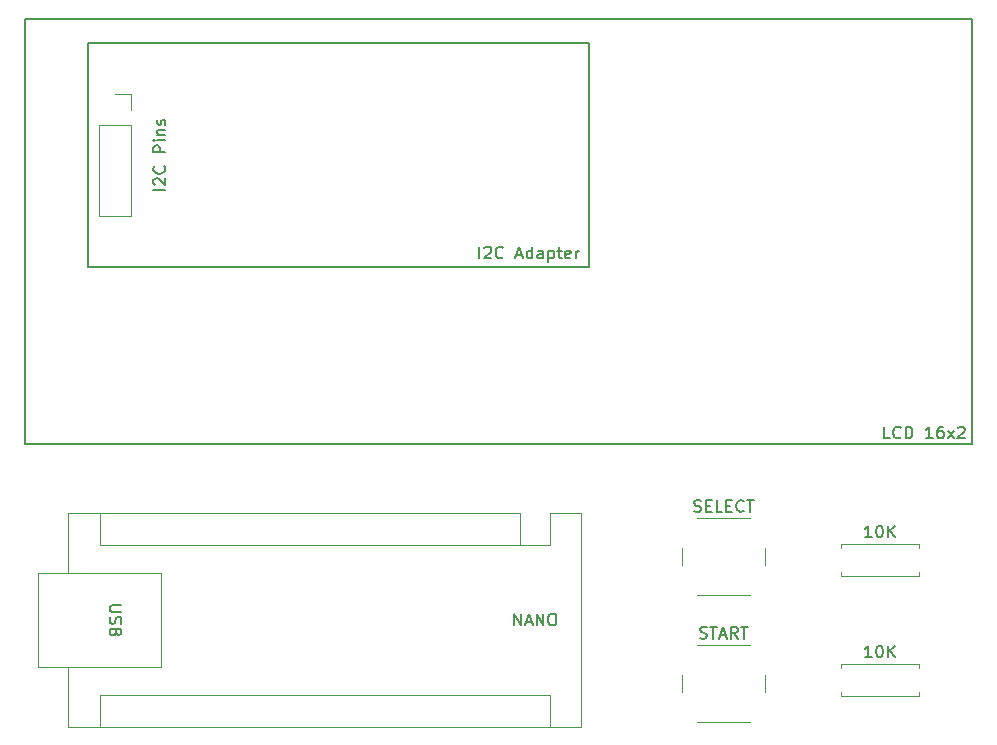
<source format=gbr>
%TF.GenerationSoftware,KiCad,Pcbnew,9.0.0*%
%TF.CreationDate,2025-05-12T01:14:56+07:00*%
%TF.ProjectId,bittheater,62697474-6865-4617-9465-722e6b696361,rev?*%
%TF.SameCoordinates,Original*%
%TF.FileFunction,Legend,Top*%
%TF.FilePolarity,Positive*%
%FSLAX46Y46*%
G04 Gerber Fmt 4.6, Leading zero omitted, Abs format (unit mm)*
G04 Created by KiCad (PCBNEW 9.0.0) date 2025-05-12 01:14:56*
%MOMM*%
%LPD*%
G01*
G04 APERTURE LIST*
%ADD10C,0.200000*%
%ADD11C,0.150000*%
%ADD12C,0.120000*%
%ADD13C,2.000000*%
%ADD14R,1.600000X1.600000*%
%ADD15O,1.600000X1.600000*%
%ADD16C,1.600000*%
%ADD17R,1.700000X1.700000*%
%ADD18O,1.700000X1.700000*%
G04 APERTURE END LIST*
D10*
X96790000Y-70510000D02*
X139190000Y-70510000D01*
X139190000Y-89510000D01*
X96790000Y-89510000D01*
X96790000Y-70510000D01*
X91440000Y-68500000D02*
X171640000Y-68500000D01*
X171640000Y-104500000D01*
X91440000Y-104500000D01*
X91440000Y-68500000D01*
X164675863Y-104007219D02*
X164199673Y-104007219D01*
X164199673Y-104007219D02*
X164199673Y-103007219D01*
X165580625Y-103911980D02*
X165533006Y-103959600D01*
X165533006Y-103959600D02*
X165390149Y-104007219D01*
X165390149Y-104007219D02*
X165294911Y-104007219D01*
X165294911Y-104007219D02*
X165152054Y-103959600D01*
X165152054Y-103959600D02*
X165056816Y-103864361D01*
X165056816Y-103864361D02*
X165009197Y-103769123D01*
X165009197Y-103769123D02*
X164961578Y-103578647D01*
X164961578Y-103578647D02*
X164961578Y-103435790D01*
X164961578Y-103435790D02*
X165009197Y-103245314D01*
X165009197Y-103245314D02*
X165056816Y-103150076D01*
X165056816Y-103150076D02*
X165152054Y-103054838D01*
X165152054Y-103054838D02*
X165294911Y-103007219D01*
X165294911Y-103007219D02*
X165390149Y-103007219D01*
X165390149Y-103007219D02*
X165533006Y-103054838D01*
X165533006Y-103054838D02*
X165580625Y-103102457D01*
X166009197Y-104007219D02*
X166009197Y-103007219D01*
X166009197Y-103007219D02*
X166247292Y-103007219D01*
X166247292Y-103007219D02*
X166390149Y-103054838D01*
X166390149Y-103054838D02*
X166485387Y-103150076D01*
X166485387Y-103150076D02*
X166533006Y-103245314D01*
X166533006Y-103245314D02*
X166580625Y-103435790D01*
X166580625Y-103435790D02*
X166580625Y-103578647D01*
X166580625Y-103578647D02*
X166533006Y-103769123D01*
X166533006Y-103769123D02*
X166485387Y-103864361D01*
X166485387Y-103864361D02*
X166390149Y-103959600D01*
X166390149Y-103959600D02*
X166247292Y-104007219D01*
X166247292Y-104007219D02*
X166009197Y-104007219D01*
X168294911Y-104007219D02*
X167723483Y-104007219D01*
X168009197Y-104007219D02*
X168009197Y-103007219D01*
X168009197Y-103007219D02*
X167913959Y-103150076D01*
X167913959Y-103150076D02*
X167818721Y-103245314D01*
X167818721Y-103245314D02*
X167723483Y-103292933D01*
X169152054Y-103007219D02*
X168961578Y-103007219D01*
X168961578Y-103007219D02*
X168866340Y-103054838D01*
X168866340Y-103054838D02*
X168818721Y-103102457D01*
X168818721Y-103102457D02*
X168723483Y-103245314D01*
X168723483Y-103245314D02*
X168675864Y-103435790D01*
X168675864Y-103435790D02*
X168675864Y-103816742D01*
X168675864Y-103816742D02*
X168723483Y-103911980D01*
X168723483Y-103911980D02*
X168771102Y-103959600D01*
X168771102Y-103959600D02*
X168866340Y-104007219D01*
X168866340Y-104007219D02*
X169056816Y-104007219D01*
X169056816Y-104007219D02*
X169152054Y-103959600D01*
X169152054Y-103959600D02*
X169199673Y-103911980D01*
X169199673Y-103911980D02*
X169247292Y-103816742D01*
X169247292Y-103816742D02*
X169247292Y-103578647D01*
X169247292Y-103578647D02*
X169199673Y-103483409D01*
X169199673Y-103483409D02*
X169152054Y-103435790D01*
X169152054Y-103435790D02*
X169056816Y-103388171D01*
X169056816Y-103388171D02*
X168866340Y-103388171D01*
X168866340Y-103388171D02*
X168771102Y-103435790D01*
X168771102Y-103435790D02*
X168723483Y-103483409D01*
X168723483Y-103483409D02*
X168675864Y-103578647D01*
X169580626Y-104007219D02*
X170104435Y-103340552D01*
X169580626Y-103340552D02*
X170104435Y-104007219D01*
X170437769Y-103102457D02*
X170485388Y-103054838D01*
X170485388Y-103054838D02*
X170580626Y-103007219D01*
X170580626Y-103007219D02*
X170818721Y-103007219D01*
X170818721Y-103007219D02*
X170913959Y-103054838D01*
X170913959Y-103054838D02*
X170961578Y-103102457D01*
X170961578Y-103102457D02*
X171009197Y-103197695D01*
X171009197Y-103197695D02*
X171009197Y-103292933D01*
X171009197Y-103292933D02*
X170961578Y-103435790D01*
X170961578Y-103435790D02*
X170390150Y-104007219D01*
X170390150Y-104007219D02*
X171009197Y-104007219D01*
X129909673Y-88767219D02*
X129909673Y-87767219D01*
X130338244Y-87862457D02*
X130385863Y-87814838D01*
X130385863Y-87814838D02*
X130481101Y-87767219D01*
X130481101Y-87767219D02*
X130719196Y-87767219D01*
X130719196Y-87767219D02*
X130814434Y-87814838D01*
X130814434Y-87814838D02*
X130862053Y-87862457D01*
X130862053Y-87862457D02*
X130909672Y-87957695D01*
X130909672Y-87957695D02*
X130909672Y-88052933D01*
X130909672Y-88052933D02*
X130862053Y-88195790D01*
X130862053Y-88195790D02*
X130290625Y-88767219D01*
X130290625Y-88767219D02*
X130909672Y-88767219D01*
X131909672Y-88671980D02*
X131862053Y-88719600D01*
X131862053Y-88719600D02*
X131719196Y-88767219D01*
X131719196Y-88767219D02*
X131623958Y-88767219D01*
X131623958Y-88767219D02*
X131481101Y-88719600D01*
X131481101Y-88719600D02*
X131385863Y-88624361D01*
X131385863Y-88624361D02*
X131338244Y-88529123D01*
X131338244Y-88529123D02*
X131290625Y-88338647D01*
X131290625Y-88338647D02*
X131290625Y-88195790D01*
X131290625Y-88195790D02*
X131338244Y-88005314D01*
X131338244Y-88005314D02*
X131385863Y-87910076D01*
X131385863Y-87910076D02*
X131481101Y-87814838D01*
X131481101Y-87814838D02*
X131623958Y-87767219D01*
X131623958Y-87767219D02*
X131719196Y-87767219D01*
X131719196Y-87767219D02*
X131862053Y-87814838D01*
X131862053Y-87814838D02*
X131909672Y-87862457D01*
X133052530Y-88481504D02*
X133528720Y-88481504D01*
X132957292Y-88767219D02*
X133290625Y-87767219D01*
X133290625Y-87767219D02*
X133623958Y-88767219D01*
X134385863Y-88767219D02*
X134385863Y-87767219D01*
X134385863Y-88719600D02*
X134290625Y-88767219D01*
X134290625Y-88767219D02*
X134100149Y-88767219D01*
X134100149Y-88767219D02*
X134004911Y-88719600D01*
X134004911Y-88719600D02*
X133957292Y-88671980D01*
X133957292Y-88671980D02*
X133909673Y-88576742D01*
X133909673Y-88576742D02*
X133909673Y-88291028D01*
X133909673Y-88291028D02*
X133957292Y-88195790D01*
X133957292Y-88195790D02*
X134004911Y-88148171D01*
X134004911Y-88148171D02*
X134100149Y-88100552D01*
X134100149Y-88100552D02*
X134290625Y-88100552D01*
X134290625Y-88100552D02*
X134385863Y-88148171D01*
X135290625Y-88767219D02*
X135290625Y-88243409D01*
X135290625Y-88243409D02*
X135243006Y-88148171D01*
X135243006Y-88148171D02*
X135147768Y-88100552D01*
X135147768Y-88100552D02*
X134957292Y-88100552D01*
X134957292Y-88100552D02*
X134862054Y-88148171D01*
X135290625Y-88719600D02*
X135195387Y-88767219D01*
X135195387Y-88767219D02*
X134957292Y-88767219D01*
X134957292Y-88767219D02*
X134862054Y-88719600D01*
X134862054Y-88719600D02*
X134814435Y-88624361D01*
X134814435Y-88624361D02*
X134814435Y-88529123D01*
X134814435Y-88529123D02*
X134862054Y-88433885D01*
X134862054Y-88433885D02*
X134957292Y-88386266D01*
X134957292Y-88386266D02*
X135195387Y-88386266D01*
X135195387Y-88386266D02*
X135290625Y-88338647D01*
X135766816Y-88100552D02*
X135766816Y-89100552D01*
X135766816Y-88148171D02*
X135862054Y-88100552D01*
X135862054Y-88100552D02*
X136052530Y-88100552D01*
X136052530Y-88100552D02*
X136147768Y-88148171D01*
X136147768Y-88148171D02*
X136195387Y-88195790D01*
X136195387Y-88195790D02*
X136243006Y-88291028D01*
X136243006Y-88291028D02*
X136243006Y-88576742D01*
X136243006Y-88576742D02*
X136195387Y-88671980D01*
X136195387Y-88671980D02*
X136147768Y-88719600D01*
X136147768Y-88719600D02*
X136052530Y-88767219D01*
X136052530Y-88767219D02*
X135862054Y-88767219D01*
X135862054Y-88767219D02*
X135766816Y-88719600D01*
X136528721Y-88100552D02*
X136909673Y-88100552D01*
X136671578Y-87767219D02*
X136671578Y-88624361D01*
X136671578Y-88624361D02*
X136719197Y-88719600D01*
X136719197Y-88719600D02*
X136814435Y-88767219D01*
X136814435Y-88767219D02*
X136909673Y-88767219D01*
X137623959Y-88719600D02*
X137528721Y-88767219D01*
X137528721Y-88767219D02*
X137338245Y-88767219D01*
X137338245Y-88767219D02*
X137243007Y-88719600D01*
X137243007Y-88719600D02*
X137195388Y-88624361D01*
X137195388Y-88624361D02*
X137195388Y-88243409D01*
X137195388Y-88243409D02*
X137243007Y-88148171D01*
X137243007Y-88148171D02*
X137338245Y-88100552D01*
X137338245Y-88100552D02*
X137528721Y-88100552D01*
X137528721Y-88100552D02*
X137623959Y-88148171D01*
X137623959Y-88148171D02*
X137671578Y-88243409D01*
X137671578Y-88243409D02*
X137671578Y-88338647D01*
X137671578Y-88338647D02*
X137195388Y-88433885D01*
X138100150Y-88767219D02*
X138100150Y-88100552D01*
X138100150Y-88291028D02*
X138147769Y-88195790D01*
X138147769Y-88195790D02*
X138195388Y-88148171D01*
X138195388Y-88148171D02*
X138290626Y-88100552D01*
X138290626Y-88100552D02*
X138385864Y-88100552D01*
D11*
X148093809Y-110167200D02*
X148236666Y-110214819D01*
X148236666Y-110214819D02*
X148474761Y-110214819D01*
X148474761Y-110214819D02*
X148569999Y-110167200D01*
X148569999Y-110167200D02*
X148617618Y-110119580D01*
X148617618Y-110119580D02*
X148665237Y-110024342D01*
X148665237Y-110024342D02*
X148665237Y-109929104D01*
X148665237Y-109929104D02*
X148617618Y-109833866D01*
X148617618Y-109833866D02*
X148569999Y-109786247D01*
X148569999Y-109786247D02*
X148474761Y-109738628D01*
X148474761Y-109738628D02*
X148284285Y-109691009D01*
X148284285Y-109691009D02*
X148189047Y-109643390D01*
X148189047Y-109643390D02*
X148141428Y-109595771D01*
X148141428Y-109595771D02*
X148093809Y-109500533D01*
X148093809Y-109500533D02*
X148093809Y-109405295D01*
X148093809Y-109405295D02*
X148141428Y-109310057D01*
X148141428Y-109310057D02*
X148189047Y-109262438D01*
X148189047Y-109262438D02*
X148284285Y-109214819D01*
X148284285Y-109214819D02*
X148522380Y-109214819D01*
X148522380Y-109214819D02*
X148665237Y-109262438D01*
X149093809Y-109691009D02*
X149427142Y-109691009D01*
X149569999Y-110214819D02*
X149093809Y-110214819D01*
X149093809Y-110214819D02*
X149093809Y-109214819D01*
X149093809Y-109214819D02*
X149569999Y-109214819D01*
X150474761Y-110214819D02*
X149998571Y-110214819D01*
X149998571Y-110214819D02*
X149998571Y-109214819D01*
X150808095Y-109691009D02*
X151141428Y-109691009D01*
X151284285Y-110214819D02*
X150808095Y-110214819D01*
X150808095Y-110214819D02*
X150808095Y-109214819D01*
X150808095Y-109214819D02*
X151284285Y-109214819D01*
X152284285Y-110119580D02*
X152236666Y-110167200D01*
X152236666Y-110167200D02*
X152093809Y-110214819D01*
X152093809Y-110214819D02*
X151998571Y-110214819D01*
X151998571Y-110214819D02*
X151855714Y-110167200D01*
X151855714Y-110167200D02*
X151760476Y-110071961D01*
X151760476Y-110071961D02*
X151712857Y-109976723D01*
X151712857Y-109976723D02*
X151665238Y-109786247D01*
X151665238Y-109786247D02*
X151665238Y-109643390D01*
X151665238Y-109643390D02*
X151712857Y-109452914D01*
X151712857Y-109452914D02*
X151760476Y-109357676D01*
X151760476Y-109357676D02*
X151855714Y-109262438D01*
X151855714Y-109262438D02*
X151998571Y-109214819D01*
X151998571Y-109214819D02*
X152093809Y-109214819D01*
X152093809Y-109214819D02*
X152236666Y-109262438D01*
X152236666Y-109262438D02*
X152284285Y-109310057D01*
X152570000Y-109214819D02*
X153141428Y-109214819D01*
X152855714Y-110214819D02*
X152855714Y-109214819D01*
X132858095Y-119834819D02*
X132858095Y-118834819D01*
X132858095Y-118834819D02*
X133429523Y-119834819D01*
X133429523Y-119834819D02*
X133429523Y-118834819D01*
X133858095Y-119549104D02*
X134334285Y-119549104D01*
X133762857Y-119834819D02*
X134096190Y-118834819D01*
X134096190Y-118834819D02*
X134429523Y-119834819D01*
X134762857Y-119834819D02*
X134762857Y-118834819D01*
X134762857Y-118834819D02*
X135334285Y-119834819D01*
X135334285Y-119834819D02*
X135334285Y-118834819D01*
X136000952Y-118834819D02*
X136191428Y-118834819D01*
X136191428Y-118834819D02*
X136286666Y-118882438D01*
X136286666Y-118882438D02*
X136381904Y-118977676D01*
X136381904Y-118977676D02*
X136429523Y-119168152D01*
X136429523Y-119168152D02*
X136429523Y-119501485D01*
X136429523Y-119501485D02*
X136381904Y-119691961D01*
X136381904Y-119691961D02*
X136286666Y-119787200D01*
X136286666Y-119787200D02*
X136191428Y-119834819D01*
X136191428Y-119834819D02*
X136000952Y-119834819D01*
X136000952Y-119834819D02*
X135905714Y-119787200D01*
X135905714Y-119787200D02*
X135810476Y-119691961D01*
X135810476Y-119691961D02*
X135762857Y-119501485D01*
X135762857Y-119501485D02*
X135762857Y-119168152D01*
X135762857Y-119168152D02*
X135810476Y-118977676D01*
X135810476Y-118977676D02*
X135905714Y-118882438D01*
X135905714Y-118882438D02*
X136000952Y-118834819D01*
X99605180Y-118118095D02*
X98795657Y-118118095D01*
X98795657Y-118118095D02*
X98700419Y-118165714D01*
X98700419Y-118165714D02*
X98652800Y-118213333D01*
X98652800Y-118213333D02*
X98605180Y-118308571D01*
X98605180Y-118308571D02*
X98605180Y-118499047D01*
X98605180Y-118499047D02*
X98652800Y-118594285D01*
X98652800Y-118594285D02*
X98700419Y-118641904D01*
X98700419Y-118641904D02*
X98795657Y-118689523D01*
X98795657Y-118689523D02*
X99605180Y-118689523D01*
X98652800Y-119118095D02*
X98605180Y-119260952D01*
X98605180Y-119260952D02*
X98605180Y-119499047D01*
X98605180Y-119499047D02*
X98652800Y-119594285D01*
X98652800Y-119594285D02*
X98700419Y-119641904D01*
X98700419Y-119641904D02*
X98795657Y-119689523D01*
X98795657Y-119689523D02*
X98890895Y-119689523D01*
X98890895Y-119689523D02*
X98986133Y-119641904D01*
X98986133Y-119641904D02*
X99033752Y-119594285D01*
X99033752Y-119594285D02*
X99081371Y-119499047D01*
X99081371Y-119499047D02*
X99128990Y-119308571D01*
X99128990Y-119308571D02*
X99176609Y-119213333D01*
X99176609Y-119213333D02*
X99224228Y-119165714D01*
X99224228Y-119165714D02*
X99319466Y-119118095D01*
X99319466Y-119118095D02*
X99414704Y-119118095D01*
X99414704Y-119118095D02*
X99509942Y-119165714D01*
X99509942Y-119165714D02*
X99557561Y-119213333D01*
X99557561Y-119213333D02*
X99605180Y-119308571D01*
X99605180Y-119308571D02*
X99605180Y-119546666D01*
X99605180Y-119546666D02*
X99557561Y-119689523D01*
X99128990Y-120451428D02*
X99081371Y-120594285D01*
X99081371Y-120594285D02*
X99033752Y-120641904D01*
X99033752Y-120641904D02*
X98938514Y-120689523D01*
X98938514Y-120689523D02*
X98795657Y-120689523D01*
X98795657Y-120689523D02*
X98700419Y-120641904D01*
X98700419Y-120641904D02*
X98652800Y-120594285D01*
X98652800Y-120594285D02*
X98605180Y-120499047D01*
X98605180Y-120499047D02*
X98605180Y-120118095D01*
X98605180Y-120118095D02*
X99605180Y-120118095D01*
X99605180Y-120118095D02*
X99605180Y-120451428D01*
X99605180Y-120451428D02*
X99557561Y-120546666D01*
X99557561Y-120546666D02*
X99509942Y-120594285D01*
X99509942Y-120594285D02*
X99414704Y-120641904D01*
X99414704Y-120641904D02*
X99319466Y-120641904D01*
X99319466Y-120641904D02*
X99224228Y-120594285D01*
X99224228Y-120594285D02*
X99176609Y-120546666D01*
X99176609Y-120546666D02*
X99128990Y-120451428D01*
X99128990Y-120451428D02*
X99128990Y-120118095D01*
X163139523Y-122544819D02*
X162568095Y-122544819D01*
X162853809Y-122544819D02*
X162853809Y-121544819D01*
X162853809Y-121544819D02*
X162758571Y-121687676D01*
X162758571Y-121687676D02*
X162663333Y-121782914D01*
X162663333Y-121782914D02*
X162568095Y-121830533D01*
X163758571Y-121544819D02*
X163853809Y-121544819D01*
X163853809Y-121544819D02*
X163949047Y-121592438D01*
X163949047Y-121592438D02*
X163996666Y-121640057D01*
X163996666Y-121640057D02*
X164044285Y-121735295D01*
X164044285Y-121735295D02*
X164091904Y-121925771D01*
X164091904Y-121925771D02*
X164091904Y-122163866D01*
X164091904Y-122163866D02*
X164044285Y-122354342D01*
X164044285Y-122354342D02*
X163996666Y-122449580D01*
X163996666Y-122449580D02*
X163949047Y-122497200D01*
X163949047Y-122497200D02*
X163853809Y-122544819D01*
X163853809Y-122544819D02*
X163758571Y-122544819D01*
X163758571Y-122544819D02*
X163663333Y-122497200D01*
X163663333Y-122497200D02*
X163615714Y-122449580D01*
X163615714Y-122449580D02*
X163568095Y-122354342D01*
X163568095Y-122354342D02*
X163520476Y-122163866D01*
X163520476Y-122163866D02*
X163520476Y-121925771D01*
X163520476Y-121925771D02*
X163568095Y-121735295D01*
X163568095Y-121735295D02*
X163615714Y-121640057D01*
X163615714Y-121640057D02*
X163663333Y-121592438D01*
X163663333Y-121592438D02*
X163758571Y-121544819D01*
X164520476Y-122544819D02*
X164520476Y-121544819D01*
X165091904Y-122544819D02*
X164663333Y-121973390D01*
X165091904Y-121544819D02*
X164520476Y-122116247D01*
X163139523Y-112384819D02*
X162568095Y-112384819D01*
X162853809Y-112384819D02*
X162853809Y-111384819D01*
X162853809Y-111384819D02*
X162758571Y-111527676D01*
X162758571Y-111527676D02*
X162663333Y-111622914D01*
X162663333Y-111622914D02*
X162568095Y-111670533D01*
X163758571Y-111384819D02*
X163853809Y-111384819D01*
X163853809Y-111384819D02*
X163949047Y-111432438D01*
X163949047Y-111432438D02*
X163996666Y-111480057D01*
X163996666Y-111480057D02*
X164044285Y-111575295D01*
X164044285Y-111575295D02*
X164091904Y-111765771D01*
X164091904Y-111765771D02*
X164091904Y-112003866D01*
X164091904Y-112003866D02*
X164044285Y-112194342D01*
X164044285Y-112194342D02*
X163996666Y-112289580D01*
X163996666Y-112289580D02*
X163949047Y-112337200D01*
X163949047Y-112337200D02*
X163853809Y-112384819D01*
X163853809Y-112384819D02*
X163758571Y-112384819D01*
X163758571Y-112384819D02*
X163663333Y-112337200D01*
X163663333Y-112337200D02*
X163615714Y-112289580D01*
X163615714Y-112289580D02*
X163568095Y-112194342D01*
X163568095Y-112194342D02*
X163520476Y-112003866D01*
X163520476Y-112003866D02*
X163520476Y-111765771D01*
X163520476Y-111765771D02*
X163568095Y-111575295D01*
X163568095Y-111575295D02*
X163615714Y-111480057D01*
X163615714Y-111480057D02*
X163663333Y-111432438D01*
X163663333Y-111432438D02*
X163758571Y-111384819D01*
X164520476Y-112384819D02*
X164520476Y-111384819D01*
X165091904Y-112384819D02*
X164663333Y-111813390D01*
X165091904Y-111384819D02*
X164520476Y-111956247D01*
X103324819Y-82962380D02*
X102324819Y-82962380D01*
X102420057Y-82533809D02*
X102372438Y-82486190D01*
X102372438Y-82486190D02*
X102324819Y-82390952D01*
X102324819Y-82390952D02*
X102324819Y-82152857D01*
X102324819Y-82152857D02*
X102372438Y-82057619D01*
X102372438Y-82057619D02*
X102420057Y-82010000D01*
X102420057Y-82010000D02*
X102515295Y-81962381D01*
X102515295Y-81962381D02*
X102610533Y-81962381D01*
X102610533Y-81962381D02*
X102753390Y-82010000D01*
X102753390Y-82010000D02*
X103324819Y-82581428D01*
X103324819Y-82581428D02*
X103324819Y-81962381D01*
X103229580Y-80962381D02*
X103277200Y-81010000D01*
X103277200Y-81010000D02*
X103324819Y-81152857D01*
X103324819Y-81152857D02*
X103324819Y-81248095D01*
X103324819Y-81248095D02*
X103277200Y-81390952D01*
X103277200Y-81390952D02*
X103181961Y-81486190D01*
X103181961Y-81486190D02*
X103086723Y-81533809D01*
X103086723Y-81533809D02*
X102896247Y-81581428D01*
X102896247Y-81581428D02*
X102753390Y-81581428D01*
X102753390Y-81581428D02*
X102562914Y-81533809D01*
X102562914Y-81533809D02*
X102467676Y-81486190D01*
X102467676Y-81486190D02*
X102372438Y-81390952D01*
X102372438Y-81390952D02*
X102324819Y-81248095D01*
X102324819Y-81248095D02*
X102324819Y-81152857D01*
X102324819Y-81152857D02*
X102372438Y-81010000D01*
X102372438Y-81010000D02*
X102420057Y-80962381D01*
X103324819Y-79771904D02*
X102324819Y-79771904D01*
X102324819Y-79771904D02*
X102324819Y-79390952D01*
X102324819Y-79390952D02*
X102372438Y-79295714D01*
X102372438Y-79295714D02*
X102420057Y-79248095D01*
X102420057Y-79248095D02*
X102515295Y-79200476D01*
X102515295Y-79200476D02*
X102658152Y-79200476D01*
X102658152Y-79200476D02*
X102753390Y-79248095D01*
X102753390Y-79248095D02*
X102801009Y-79295714D01*
X102801009Y-79295714D02*
X102848628Y-79390952D01*
X102848628Y-79390952D02*
X102848628Y-79771904D01*
X103324819Y-78771904D02*
X102658152Y-78771904D01*
X102324819Y-78771904D02*
X102372438Y-78819523D01*
X102372438Y-78819523D02*
X102420057Y-78771904D01*
X102420057Y-78771904D02*
X102372438Y-78724285D01*
X102372438Y-78724285D02*
X102324819Y-78771904D01*
X102324819Y-78771904D02*
X102420057Y-78771904D01*
X102658152Y-78295714D02*
X103324819Y-78295714D01*
X102753390Y-78295714D02*
X102705771Y-78248095D01*
X102705771Y-78248095D02*
X102658152Y-78152857D01*
X102658152Y-78152857D02*
X102658152Y-78010000D01*
X102658152Y-78010000D02*
X102705771Y-77914762D01*
X102705771Y-77914762D02*
X102801009Y-77867143D01*
X102801009Y-77867143D02*
X103324819Y-77867143D01*
X103277200Y-77438571D02*
X103324819Y-77343333D01*
X103324819Y-77343333D02*
X103324819Y-77152857D01*
X103324819Y-77152857D02*
X103277200Y-77057619D01*
X103277200Y-77057619D02*
X103181961Y-77010000D01*
X103181961Y-77010000D02*
X103134342Y-77010000D01*
X103134342Y-77010000D02*
X103039104Y-77057619D01*
X103039104Y-77057619D02*
X102991485Y-77152857D01*
X102991485Y-77152857D02*
X102991485Y-77295714D01*
X102991485Y-77295714D02*
X102943866Y-77390952D01*
X102943866Y-77390952D02*
X102848628Y-77438571D01*
X102848628Y-77438571D02*
X102801009Y-77438571D01*
X102801009Y-77438571D02*
X102705771Y-77390952D01*
X102705771Y-77390952D02*
X102658152Y-77295714D01*
X102658152Y-77295714D02*
X102658152Y-77152857D01*
X102658152Y-77152857D02*
X102705771Y-77057619D01*
X148593809Y-120907200D02*
X148736666Y-120954819D01*
X148736666Y-120954819D02*
X148974761Y-120954819D01*
X148974761Y-120954819D02*
X149069999Y-120907200D01*
X149069999Y-120907200D02*
X149117618Y-120859580D01*
X149117618Y-120859580D02*
X149165237Y-120764342D01*
X149165237Y-120764342D02*
X149165237Y-120669104D01*
X149165237Y-120669104D02*
X149117618Y-120573866D01*
X149117618Y-120573866D02*
X149069999Y-120526247D01*
X149069999Y-120526247D02*
X148974761Y-120478628D01*
X148974761Y-120478628D02*
X148784285Y-120431009D01*
X148784285Y-120431009D02*
X148689047Y-120383390D01*
X148689047Y-120383390D02*
X148641428Y-120335771D01*
X148641428Y-120335771D02*
X148593809Y-120240533D01*
X148593809Y-120240533D02*
X148593809Y-120145295D01*
X148593809Y-120145295D02*
X148641428Y-120050057D01*
X148641428Y-120050057D02*
X148689047Y-120002438D01*
X148689047Y-120002438D02*
X148784285Y-119954819D01*
X148784285Y-119954819D02*
X149022380Y-119954819D01*
X149022380Y-119954819D02*
X149165237Y-120002438D01*
X149450952Y-119954819D02*
X150022380Y-119954819D01*
X149736666Y-120954819D02*
X149736666Y-119954819D01*
X150308095Y-120669104D02*
X150784285Y-120669104D01*
X150212857Y-120954819D02*
X150546190Y-119954819D01*
X150546190Y-119954819D02*
X150879523Y-120954819D01*
X151784285Y-120954819D02*
X151450952Y-120478628D01*
X151212857Y-120954819D02*
X151212857Y-119954819D01*
X151212857Y-119954819D02*
X151593809Y-119954819D01*
X151593809Y-119954819D02*
X151689047Y-120002438D01*
X151689047Y-120002438D02*
X151736666Y-120050057D01*
X151736666Y-120050057D02*
X151784285Y-120145295D01*
X151784285Y-120145295D02*
X151784285Y-120288152D01*
X151784285Y-120288152D02*
X151736666Y-120383390D01*
X151736666Y-120383390D02*
X151689047Y-120431009D01*
X151689047Y-120431009D02*
X151593809Y-120478628D01*
X151593809Y-120478628D02*
X151212857Y-120478628D01*
X152070000Y-119954819D02*
X152641428Y-119954819D01*
X152355714Y-120954819D02*
X152355714Y-119954819D01*
D12*
%TO.C,SELECT*%
X147070000Y-113260000D02*
X147070000Y-114760000D01*
X148320000Y-117260000D02*
X152820000Y-117260000D01*
X152820000Y-110760000D02*
X148320000Y-110760000D01*
X154070000Y-114760000D02*
X154070000Y-113260000D01*
%TO.C,NANO*%
X92580000Y-115440000D02*
X103000000Y-115440000D01*
X92580000Y-123320000D02*
X92580000Y-115440000D01*
X95120000Y-110360000D02*
X95120000Y-115440000D01*
X95120000Y-128400000D02*
X95120000Y-123320000D01*
X95120000Y-128400000D02*
X138560000Y-128400000D01*
X97790000Y-113030000D02*
X97790000Y-110360000D01*
X97790000Y-125730000D02*
X97790000Y-128400000D01*
X103000000Y-115440000D02*
X103000000Y-123320000D01*
X103000000Y-123320000D02*
X92580000Y-123320000D01*
X133350000Y-110360000D02*
X95120000Y-110360000D01*
X133350000Y-113030000D02*
X97790000Y-113030000D01*
X133350000Y-113030000D02*
X133350000Y-110360000D01*
X133350000Y-113030000D02*
X135890000Y-113030000D01*
X135890000Y-113030000D02*
X135890000Y-110360000D01*
X135890000Y-125730000D02*
X97790000Y-125730000D01*
X135890000Y-125730000D02*
X135890000Y-128400000D01*
X138560000Y-110360000D02*
X135890000Y-110360000D01*
X138560000Y-128400000D02*
X138560000Y-110360000D01*
%TO.C,10K*%
X160560000Y-123090000D02*
X167100000Y-123090000D01*
X160560000Y-123420000D02*
X160560000Y-123090000D01*
X160560000Y-125500000D02*
X160560000Y-125830000D01*
X160560000Y-125830000D02*
X167100000Y-125830000D01*
X167100000Y-123090000D02*
X167100000Y-123420000D01*
X167100000Y-125830000D02*
X167100000Y-125500000D01*
X160560000Y-112930000D02*
X167100000Y-112930000D01*
X160560000Y-113260000D02*
X160560000Y-112930000D01*
X160560000Y-115340000D02*
X160560000Y-115670000D01*
X160560000Y-115670000D02*
X167100000Y-115670000D01*
X167100000Y-112930000D02*
X167100000Y-113260000D01*
X167100000Y-115670000D02*
X167100000Y-115340000D01*
%TO.C,I2C Pins*%
X97730000Y-77470000D02*
X97730000Y-85150000D01*
X97730000Y-77470000D02*
X100390000Y-77470000D01*
X97730000Y-85150000D02*
X100390000Y-85150000D01*
X99060000Y-74870000D02*
X100390000Y-74870000D01*
X100390000Y-74870000D02*
X100390000Y-76200000D01*
X100390000Y-77470000D02*
X100390000Y-85150000D01*
%TO.C,START*%
X147070000Y-124000000D02*
X147070000Y-125500000D01*
X148320000Y-128000000D02*
X152820000Y-128000000D01*
X152820000Y-121500000D02*
X148320000Y-121500000D01*
X154070000Y-125500000D02*
X154070000Y-124000000D01*
%TD*%
%LPC*%
D13*
%TO.C,SELECT*%
X147320000Y-111760000D03*
X153820000Y-111760000D03*
X147320000Y-116260000D03*
X153820000Y-116260000D03*
%TD*%
D14*
%TO.C,NANO*%
X134620000Y-111760000D03*
D15*
X132080000Y-111760000D03*
X129540000Y-111760000D03*
X127000000Y-111760000D03*
X124460000Y-111760000D03*
X121920000Y-111760000D03*
X119380000Y-111760000D03*
X116840000Y-111760000D03*
X114300000Y-111760000D03*
X111760000Y-111760000D03*
X109220000Y-111760000D03*
X106680000Y-111760000D03*
X104140000Y-111760000D03*
X101600000Y-111760000D03*
X99060000Y-111760000D03*
X99060000Y-127000000D03*
X101600000Y-127000000D03*
X104140000Y-127000000D03*
X106680000Y-127000000D03*
X109220000Y-127000000D03*
X111760000Y-127000000D03*
X114300000Y-127000000D03*
X116840000Y-127000000D03*
X119380000Y-127000000D03*
X121920000Y-127000000D03*
X124460000Y-127000000D03*
X127000000Y-127000000D03*
X129540000Y-127000000D03*
X132080000Y-127000000D03*
X134620000Y-127000000D03*
%TD*%
D16*
%TO.C,10K*%
X160020000Y-124460000D03*
D15*
X167640000Y-124460000D03*
%TD*%
D16*
%TO.C,10K*%
X160020000Y-114300000D03*
D15*
X167640000Y-114300000D03*
%TD*%
D17*
%TO.C,I2C Pins*%
X99060000Y-76200000D03*
D18*
X99060000Y-78740000D03*
X99060000Y-81280000D03*
X99060000Y-83820000D03*
%TD*%
D13*
%TO.C,START*%
X147320000Y-122500000D03*
X153820000Y-122500000D03*
X147320000Y-127000000D03*
X153820000Y-127000000D03*
%TD*%
%LPD*%
M02*

</source>
